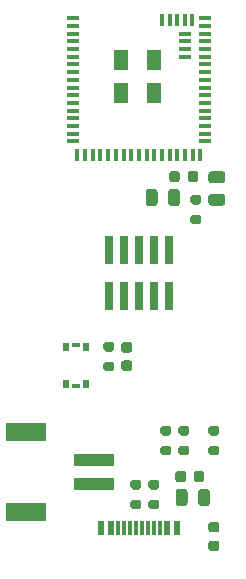
<source format=gbr>
%TF.GenerationSoftware,KiCad,Pcbnew,5.1.7-a382d34a8~88~ubuntu18.04.1*%
%TF.CreationDate,2022-09-03T09:09:10-04:00*%
%TF.ProjectId,project-MS88SF3-breakout,70726f6a-6563-4742-9d4d-533838534633,rev?*%
%TF.SameCoordinates,Original*%
%TF.FileFunction,Paste,Top*%
%TF.FilePolarity,Positive*%
%FSLAX46Y46*%
G04 Gerber Fmt 4.6, Leading zero omitted, Abs format (unit mm)*
G04 Created by KiCad (PCBNEW 5.1.7-a382d34a8~88~ubuntu18.04.1) date 2022-09-03 09:09:10*
%MOMM*%
%LPD*%
G01*
G04 APERTURE LIST*
%ADD10R,1.300000X1.800000*%
%ADD11R,1.100000X0.350000*%
%ADD12R,0.350000X1.100000*%
%ADD13R,0.300000X1.150000*%
%ADD14R,0.600000X1.150000*%
%ADD15R,0.700000X0.350000*%
%ADD16R,0.600000X0.650000*%
%ADD17R,3.400000X1.500000*%
%ADD18R,3.500000X1.000000*%
%ADD19R,0.740000X2.400000*%
G04 APERTURE END LIST*
%TO.C,C6*%
G36*
G01*
X53627000Y-97224000D02*
X54577000Y-97224000D01*
G75*
G02*
X54827000Y-97474000I0J-250000D01*
G01*
X54827000Y-97974000D01*
G75*
G02*
X54577000Y-98224000I-250000J0D01*
G01*
X53627000Y-98224000D01*
G75*
G02*
X53377000Y-97974000I0J250000D01*
G01*
X53377000Y-97474000D01*
G75*
G02*
X53627000Y-97224000I250000J0D01*
G01*
G37*
G36*
G01*
X53627000Y-95324000D02*
X54577000Y-95324000D01*
G75*
G02*
X54827000Y-95574000I0J-250000D01*
G01*
X54827000Y-96074000D01*
G75*
G02*
X54577000Y-96324000I-250000J0D01*
G01*
X53627000Y-96324000D01*
G75*
G02*
X53377000Y-96074000I0J250000D01*
G01*
X53377000Y-95574000D01*
G75*
G02*
X53627000Y-95324000I250000J0D01*
G01*
G37*
%TD*%
D10*
%TO.C,U1*%
X45948000Y-88721000D03*
X48748000Y-88721000D03*
X48748000Y-85871000D03*
X45948000Y-85871000D03*
D11*
X51398000Y-85621000D03*
X51398000Y-84971000D03*
X51398000Y-84321000D03*
X51398000Y-83671000D03*
D12*
X49448000Y-82471000D03*
X50098000Y-82471000D03*
X50748000Y-82471000D03*
X51398000Y-82471000D03*
X51998000Y-82471000D03*
D11*
X53098000Y-82371000D03*
X53098000Y-83021000D03*
X53098000Y-83671000D03*
X53098000Y-84321000D03*
X53098000Y-84971000D03*
X53098000Y-85621000D03*
X53098000Y-86271000D03*
X53098000Y-86921000D03*
X53098000Y-87571000D03*
X53098000Y-88221000D03*
X53098000Y-88871000D03*
X53098000Y-89521000D03*
X53098000Y-90171000D03*
X53098000Y-90821000D03*
X53098000Y-91471000D03*
X53098000Y-92121000D03*
X53098000Y-92771000D03*
D12*
X52698000Y-93971000D03*
X52048000Y-93971000D03*
X51398000Y-93971000D03*
X50748000Y-93971000D03*
X50098000Y-93971000D03*
X49448000Y-93971000D03*
X48798000Y-93971000D03*
X48148000Y-93971000D03*
X47498000Y-93971000D03*
X46848000Y-93971000D03*
X46198000Y-93971000D03*
X45548000Y-93971000D03*
X44898000Y-93971000D03*
X44248000Y-93971000D03*
X43598000Y-93971000D03*
X42948000Y-93971000D03*
X42298000Y-93971000D03*
D11*
X41898000Y-92771000D03*
X41898000Y-92121000D03*
X41898000Y-91471000D03*
X41898000Y-90821000D03*
X41898000Y-90171000D03*
X41898000Y-89521000D03*
X41898000Y-88871000D03*
X41898000Y-88221000D03*
X41898000Y-87571000D03*
X41898000Y-86921000D03*
X41898000Y-86271000D03*
X41898000Y-85621000D03*
X41898000Y-84971000D03*
X41898000Y-84321000D03*
X41898000Y-83671000D03*
X41898000Y-83021000D03*
X41898000Y-82371000D03*
%TD*%
D13*
%TO.C,J3*%
X45748000Y-125547000D03*
X46248000Y-125547000D03*
X46748000Y-125547000D03*
X49248000Y-125547000D03*
X48748000Y-125547000D03*
X48248000Y-125547000D03*
X47248000Y-125547000D03*
X47748000Y-125547000D03*
D14*
X49898000Y-125547000D03*
X45098000Y-125547000D03*
X50698000Y-125547000D03*
X44298000Y-125547000D03*
%TD*%
D15*
%TO.C,S1*%
X42164000Y-110035000D03*
X42164000Y-113485000D03*
D16*
X43014000Y-110185000D03*
X43014000Y-113335000D03*
X41314000Y-110185000D03*
X41314000Y-113335000D03*
%TD*%
D17*
%TO.C,J2*%
X37938000Y-117427000D03*
X37938000Y-124127000D03*
D18*
X43688000Y-119777000D03*
X43688000Y-121777000D03*
%TD*%
%TO.C,R7*%
G36*
G01*
X46969000Y-123107000D02*
X47519000Y-123107000D01*
G75*
G02*
X47719000Y-123307000I0J-200000D01*
G01*
X47719000Y-123707000D01*
G75*
G02*
X47519000Y-123907000I-200000J0D01*
G01*
X46969000Y-123907000D01*
G75*
G02*
X46769000Y-123707000I0J200000D01*
G01*
X46769000Y-123307000D01*
G75*
G02*
X46969000Y-123107000I200000J0D01*
G01*
G37*
G36*
G01*
X46969000Y-121457000D02*
X47519000Y-121457000D01*
G75*
G02*
X47719000Y-121657000I0J-200000D01*
G01*
X47719000Y-122057000D01*
G75*
G02*
X47519000Y-122257000I-200000J0D01*
G01*
X46969000Y-122257000D01*
G75*
G02*
X46769000Y-122057000I0J200000D01*
G01*
X46769000Y-121657000D01*
G75*
G02*
X46969000Y-121457000I200000J0D01*
G01*
G37*
%TD*%
%TO.C,R6*%
G36*
G01*
X48493000Y-123107000D02*
X49043000Y-123107000D01*
G75*
G02*
X49243000Y-123307000I0J-200000D01*
G01*
X49243000Y-123707000D01*
G75*
G02*
X49043000Y-123907000I-200000J0D01*
G01*
X48493000Y-123907000D01*
G75*
G02*
X48293000Y-123707000I0J200000D01*
G01*
X48293000Y-123307000D01*
G75*
G02*
X48493000Y-123107000I200000J0D01*
G01*
G37*
G36*
G01*
X48493000Y-121457000D02*
X49043000Y-121457000D01*
G75*
G02*
X49243000Y-121657000I0J-200000D01*
G01*
X49243000Y-122057000D01*
G75*
G02*
X49043000Y-122257000I-200000J0D01*
G01*
X48493000Y-122257000D01*
G75*
G02*
X48293000Y-122057000I0J200000D01*
G01*
X48293000Y-121657000D01*
G75*
G02*
X48493000Y-121457000I200000J0D01*
G01*
G37*
%TD*%
%TO.C,R5*%
G36*
G01*
X51583000Y-117685000D02*
X51033000Y-117685000D01*
G75*
G02*
X50833000Y-117485000I0J200000D01*
G01*
X50833000Y-117085000D01*
G75*
G02*
X51033000Y-116885000I200000J0D01*
G01*
X51583000Y-116885000D01*
G75*
G02*
X51783000Y-117085000I0J-200000D01*
G01*
X51783000Y-117485000D01*
G75*
G02*
X51583000Y-117685000I-200000J0D01*
G01*
G37*
G36*
G01*
X51583000Y-119335000D02*
X51033000Y-119335000D01*
G75*
G02*
X50833000Y-119135000I0J200000D01*
G01*
X50833000Y-118735000D01*
G75*
G02*
X51033000Y-118535000I200000J0D01*
G01*
X51583000Y-118535000D01*
G75*
G02*
X51783000Y-118735000I0J-200000D01*
G01*
X51783000Y-119135000D01*
G75*
G02*
X51583000Y-119335000I-200000J0D01*
G01*
G37*
%TD*%
%TO.C,R4*%
G36*
G01*
X50059000Y-117685000D02*
X49509000Y-117685000D01*
G75*
G02*
X49309000Y-117485000I0J200000D01*
G01*
X49309000Y-117085000D01*
G75*
G02*
X49509000Y-116885000I200000J0D01*
G01*
X50059000Y-116885000D01*
G75*
G02*
X50259000Y-117085000I0J-200000D01*
G01*
X50259000Y-117485000D01*
G75*
G02*
X50059000Y-117685000I-200000J0D01*
G01*
G37*
G36*
G01*
X50059000Y-119335000D02*
X49509000Y-119335000D01*
G75*
G02*
X49309000Y-119135000I0J200000D01*
G01*
X49309000Y-118735000D01*
G75*
G02*
X49509000Y-118535000I200000J0D01*
G01*
X50059000Y-118535000D01*
G75*
G02*
X50259000Y-118735000I0J-200000D01*
G01*
X50259000Y-119135000D01*
G75*
G02*
X50059000Y-119335000I-200000J0D01*
G01*
G37*
%TD*%
%TO.C,R3*%
G36*
G01*
X52599000Y-98127000D02*
X52049000Y-98127000D01*
G75*
G02*
X51849000Y-97927000I0J200000D01*
G01*
X51849000Y-97527000D01*
G75*
G02*
X52049000Y-97327000I200000J0D01*
G01*
X52599000Y-97327000D01*
G75*
G02*
X52799000Y-97527000I0J-200000D01*
G01*
X52799000Y-97927000D01*
G75*
G02*
X52599000Y-98127000I-200000J0D01*
G01*
G37*
G36*
G01*
X52599000Y-99777000D02*
X52049000Y-99777000D01*
G75*
G02*
X51849000Y-99577000I0J200000D01*
G01*
X51849000Y-99177000D01*
G75*
G02*
X52049000Y-98977000I200000J0D01*
G01*
X52599000Y-98977000D01*
G75*
G02*
X52799000Y-99177000I0J-200000D01*
G01*
X52799000Y-99577000D01*
G75*
G02*
X52599000Y-99777000I-200000J0D01*
G01*
G37*
%TD*%
%TO.C,R2*%
G36*
G01*
X54123000Y-117685000D02*
X53573000Y-117685000D01*
G75*
G02*
X53373000Y-117485000I0J200000D01*
G01*
X53373000Y-117085000D01*
G75*
G02*
X53573000Y-116885000I200000J0D01*
G01*
X54123000Y-116885000D01*
G75*
G02*
X54323000Y-117085000I0J-200000D01*
G01*
X54323000Y-117485000D01*
G75*
G02*
X54123000Y-117685000I-200000J0D01*
G01*
G37*
G36*
G01*
X54123000Y-119335000D02*
X53573000Y-119335000D01*
G75*
G02*
X53373000Y-119135000I0J200000D01*
G01*
X53373000Y-118735000D01*
G75*
G02*
X53573000Y-118535000I200000J0D01*
G01*
X54123000Y-118535000D01*
G75*
G02*
X54323000Y-118735000I0J-200000D01*
G01*
X54323000Y-119135000D01*
G75*
G02*
X54123000Y-119335000I-200000J0D01*
G01*
G37*
%TD*%
%TO.C,R1*%
G36*
G01*
X45233000Y-110573000D02*
X44683000Y-110573000D01*
G75*
G02*
X44483000Y-110373000I0J200000D01*
G01*
X44483000Y-109973000D01*
G75*
G02*
X44683000Y-109773000I200000J0D01*
G01*
X45233000Y-109773000D01*
G75*
G02*
X45433000Y-109973000I0J-200000D01*
G01*
X45433000Y-110373000D01*
G75*
G02*
X45233000Y-110573000I-200000J0D01*
G01*
G37*
G36*
G01*
X45233000Y-112223000D02*
X44683000Y-112223000D01*
G75*
G02*
X44483000Y-112023000I0J200000D01*
G01*
X44483000Y-111623000D01*
G75*
G02*
X44683000Y-111423000I200000J0D01*
G01*
X45233000Y-111423000D01*
G75*
G02*
X45433000Y-111623000I0J-200000D01*
G01*
X45433000Y-112023000D01*
G75*
G02*
X45233000Y-112223000I-200000J0D01*
G01*
G37*
%TD*%
%TO.C,L1*%
G36*
G01*
X51658000Y-96014250D02*
X51658000Y-95501750D01*
G75*
G02*
X51876750Y-95283000I218750J0D01*
G01*
X52314250Y-95283000D01*
G75*
G02*
X52533000Y-95501750I0J-218750D01*
G01*
X52533000Y-96014250D01*
G75*
G02*
X52314250Y-96233000I-218750J0D01*
G01*
X51876750Y-96233000D01*
G75*
G02*
X51658000Y-96014250I0J218750D01*
G01*
G37*
G36*
G01*
X50083000Y-96014250D02*
X50083000Y-95501750D01*
G75*
G02*
X50301750Y-95283000I218750J0D01*
G01*
X50739250Y-95283000D01*
G75*
G02*
X50958000Y-95501750I0J-218750D01*
G01*
X50958000Y-96014250D01*
G75*
G02*
X50739250Y-96233000I-218750J0D01*
G01*
X50301750Y-96233000D01*
G75*
G02*
X50083000Y-96014250I0J218750D01*
G01*
G37*
%TD*%
D19*
%TO.C,J1*%
X44958000Y-105836000D03*
X44958000Y-101936000D03*
X46228000Y-105836000D03*
X46228000Y-101936000D03*
X47498000Y-105836000D03*
X47498000Y-101936000D03*
X48768000Y-105836000D03*
X48768000Y-101936000D03*
X50038000Y-105836000D03*
X50038000Y-101936000D03*
%TD*%
%TO.C,D1*%
G36*
G01*
X54104250Y-125888000D02*
X53591750Y-125888000D01*
G75*
G02*
X53373000Y-125669250I0J218750D01*
G01*
X53373000Y-125231750D01*
G75*
G02*
X53591750Y-125013000I218750J0D01*
G01*
X54104250Y-125013000D01*
G75*
G02*
X54323000Y-125231750I0J-218750D01*
G01*
X54323000Y-125669250D01*
G75*
G02*
X54104250Y-125888000I-218750J0D01*
G01*
G37*
G36*
G01*
X54104250Y-127463000D02*
X53591750Y-127463000D01*
G75*
G02*
X53373000Y-127244250I0J218750D01*
G01*
X53373000Y-126806750D01*
G75*
G02*
X53591750Y-126588000I218750J0D01*
G01*
X54104250Y-126588000D01*
G75*
G02*
X54323000Y-126806750I0J-218750D01*
G01*
X54323000Y-127244250D01*
G75*
G02*
X54104250Y-127463000I-218750J0D01*
G01*
G37*
%TD*%
%TO.C,C5*%
G36*
G01*
X52141000Y-121408000D02*
X52141000Y-120908000D01*
G75*
G02*
X52366000Y-120683000I225000J0D01*
G01*
X52816000Y-120683000D01*
G75*
G02*
X53041000Y-120908000I0J-225000D01*
G01*
X53041000Y-121408000D01*
G75*
G02*
X52816000Y-121633000I-225000J0D01*
G01*
X52366000Y-121633000D01*
G75*
G02*
X52141000Y-121408000I0J225000D01*
G01*
G37*
G36*
G01*
X50591000Y-121408000D02*
X50591000Y-120908000D01*
G75*
G02*
X50816000Y-120683000I225000J0D01*
G01*
X51266000Y-120683000D01*
G75*
G02*
X51491000Y-120908000I0J-225000D01*
G01*
X51491000Y-121408000D01*
G75*
G02*
X51266000Y-121633000I-225000J0D01*
G01*
X50816000Y-121633000D01*
G75*
G02*
X50591000Y-121408000I0J225000D01*
G01*
G37*
%TD*%
%TO.C,C4*%
G36*
G01*
X52520000Y-123411000D02*
X52520000Y-122461000D01*
G75*
G02*
X52770000Y-122211000I250000J0D01*
G01*
X53270000Y-122211000D01*
G75*
G02*
X53520000Y-122461000I0J-250000D01*
G01*
X53520000Y-123411000D01*
G75*
G02*
X53270000Y-123661000I-250000J0D01*
G01*
X52770000Y-123661000D01*
G75*
G02*
X52520000Y-123411000I0J250000D01*
G01*
G37*
G36*
G01*
X50620000Y-123411000D02*
X50620000Y-122461000D01*
G75*
G02*
X50870000Y-122211000I250000J0D01*
G01*
X51370000Y-122211000D01*
G75*
G02*
X51620000Y-122461000I0J-250000D01*
G01*
X51620000Y-123411000D01*
G75*
G02*
X51370000Y-123661000I-250000J0D01*
G01*
X50870000Y-123661000D01*
G75*
G02*
X50620000Y-123411000I0J250000D01*
G01*
G37*
%TD*%
%TO.C,C2*%
G36*
G01*
X49080000Y-97061000D02*
X49080000Y-98011000D01*
G75*
G02*
X48830000Y-98261000I-250000J0D01*
G01*
X48330000Y-98261000D01*
G75*
G02*
X48080000Y-98011000I0J250000D01*
G01*
X48080000Y-97061000D01*
G75*
G02*
X48330000Y-96811000I250000J0D01*
G01*
X48830000Y-96811000D01*
G75*
G02*
X49080000Y-97061000I0J-250000D01*
G01*
G37*
G36*
G01*
X50980000Y-97061000D02*
X50980000Y-98011000D01*
G75*
G02*
X50730000Y-98261000I-250000J0D01*
G01*
X50230000Y-98261000D01*
G75*
G02*
X49980000Y-98011000I0J250000D01*
G01*
X49980000Y-97061000D01*
G75*
G02*
X50230000Y-96811000I250000J0D01*
G01*
X50730000Y-96811000D01*
G75*
G02*
X50980000Y-97061000I0J-250000D01*
G01*
G37*
%TD*%
%TO.C,C1*%
G36*
G01*
X46232000Y-111323000D02*
X46732000Y-111323000D01*
G75*
G02*
X46957000Y-111548000I0J-225000D01*
G01*
X46957000Y-111998000D01*
G75*
G02*
X46732000Y-112223000I-225000J0D01*
G01*
X46232000Y-112223000D01*
G75*
G02*
X46007000Y-111998000I0J225000D01*
G01*
X46007000Y-111548000D01*
G75*
G02*
X46232000Y-111323000I225000J0D01*
G01*
G37*
G36*
G01*
X46232000Y-109773000D02*
X46732000Y-109773000D01*
G75*
G02*
X46957000Y-109998000I0J-225000D01*
G01*
X46957000Y-110448000D01*
G75*
G02*
X46732000Y-110673000I-225000J0D01*
G01*
X46232000Y-110673000D01*
G75*
G02*
X46007000Y-110448000I0J225000D01*
G01*
X46007000Y-109998000D01*
G75*
G02*
X46232000Y-109773000I225000J0D01*
G01*
G37*
%TD*%
M02*

</source>
